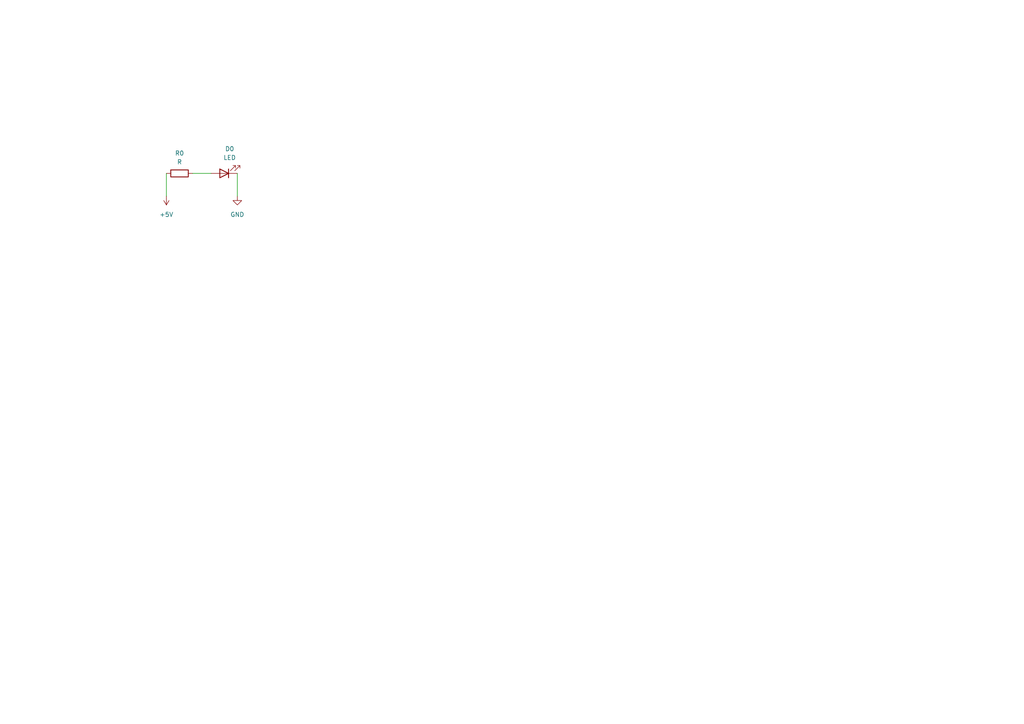
<source format=kicad_sch>
(kicad_sch (version 20211123) (generator eeschema)
  (paper "A4")
  (lib_symbols
    (symbol "Device:LED" (pin_numbers hide) (pin_names (offset 1.016) hide)
      (property "Reference" "D" (at 0 2.54 0))
      (property "Value" "LED" (at 0 -2.54 0))
      (symbol "LED_0_1"
        (polyline (pts (xy -1.27 -1.27) (xy -1.27 1.27)) (stroke (width 0.254)))
        (polyline (pts (xy -1.27 0) (xy 1.27 0)))
        (polyline (pts (xy 1.27 -1.27) (xy 1.27 1.27) (xy -1.27 0) (xy 1.27 -1.27)) (stroke (width 0.254)))
        (polyline (pts (xy -3.048 -0.762) (xy -4.572 -2.286) (xy -3.81 -2.286) (xy -4.572 -2.286) (xy -4.572 -1.524)))
        (polyline (pts (xy -1.778 -0.762) (xy -3.302 -2.286) (xy -2.54 -2.286) (xy -3.302 -2.286) (xy -3.302 -1.524)))
      )
      (symbol "LED_1_1"
        (pin passive line (at -3.81 0 0) (length 2.54) (name "K") (number "1"))
        (pin passive line (at 3.81 0 180) (length 2.54) (name "A") (number "2"))
      )
    )
    (symbol "Device:R" (pin_numbers hide) (pin_names (offset 0))
      (property "Reference" "R" (at 2.032 0 90))
      (property "Value" "R" (at 0 0 90))
      (symbol "R_0_1"
        (rectangle (start -1.016 -2.54) (end 1.016 2.54) (stroke (width 0.254)))
      )
      (symbol "R_1_1"
        (pin passive line (at 0 3.81 270) (length 1.27) (name "~") (number "1"))
        (pin passive line (at 0 -3.81 90) (length 1.27) (name "~") (number "2"))
      )
    )
    (symbol "power:+5V" (power) (pin_names (offset 0))
      (property "Value" "+5V" (at 0 3.556 0))
      (symbol "+5V_0_1"
        (polyline (pts (xy -0.762 1.27) (xy 0 2.54)))
        (polyline (pts (xy 0 0) (xy 0 2.54)))
        (polyline (pts (xy 0 2.54) (xy 0.762 1.27)))
      )
      (symbol "+5V_1_1"
        (pin power_in line (at 0 0 90) (length 0) hide (name "+5V") (number "1"))
      )
    )
    (symbol "power:GND" (power) (pin_names (offset 0))
      (property "Value" "GND" (at 0 -3.81 0))
      (symbol "GND_0_1"
        (polyline (pts (xy 0 0) (xy 0 -1.27) (xy 1.27 -1.27) (xy 0 -2.54) (xy -1.27 -1.27) (xy 0 -1.27)))
      )
      (symbol "GND_1_1"
        (pin power_in line (at 0 0 270) (length 0) hide (name "GND") (number "1"))
      )
    )
  )
  (wire (pts (xy 48.26 50.292) (xy 48.26 56.896)))
  (wire (pts (xy 68.834 50.292) (xy 68.834 56.896)))
  (wire (pts (xy 55.88 50.292) (xy 61.214 50.292)))
  (symbol (lib_id "Device:LED") (at 65.024 50.292 180) (unit 1)
    (property "Reference" "D0" (at 66.6115 43.18 0))
    (property "Value" "LED" (at 66.6115 45.72 0))
    (property "Footprint" "LED_SMD:LED_1210_3225Metric" (effects hide))
  )
  (symbol (lib_id "power:GND") (at 68.834 56.896 0) (unit 1)
    (property "Reference" "#PWR0101" (effects hide))
    (property "Value" "GND" (at 68.834 62.23 0))
  )
  (symbol (lib_id "Device:R") (at 52.07 50.292 90) (unit 1)
    (property "Reference" "R0" (at 52.07 44.45 90))
    (property "Value" "R" (at 52.07 46.99 90))
    (property "Footprint" "Resistor_SMD:R_2010_5025Metric" (effects hide))
  )
  (symbol (lib_id "power:+5V") (at 48.26 56.896 180) (unit 1)
    (property "Reference" "#PWR0102" (effects hide))
    (property "Value" "+5V" (at 48.26 62.23 0))
  )
)
</source>
